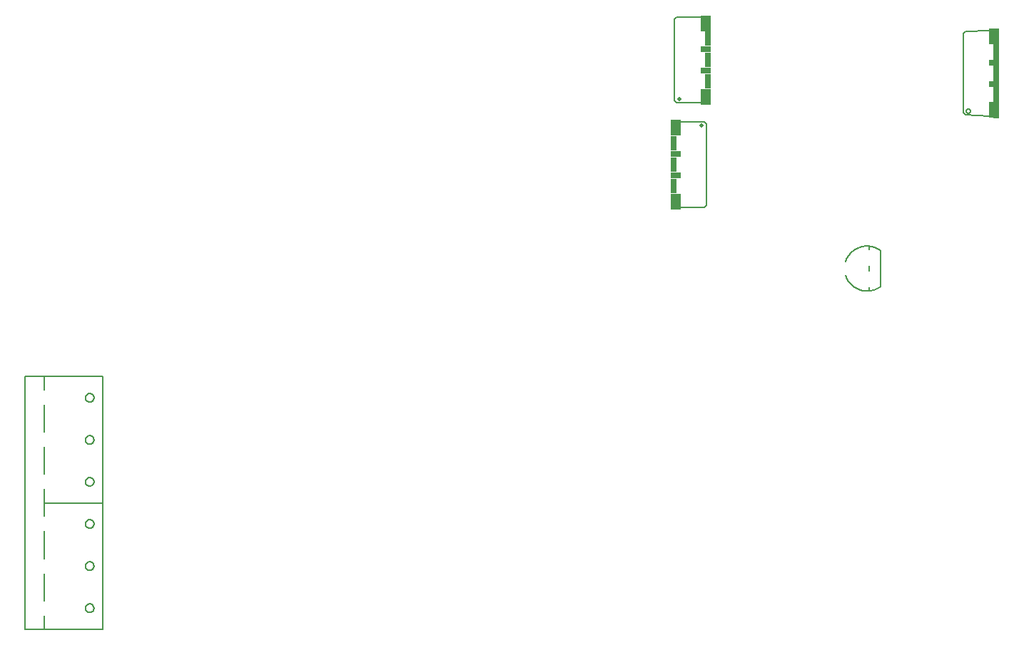
<source format=gbo>
G75*
%MOIN*%
%OFA0B0*%
%FSLAX25Y25*%
%IPPOS*%
%LPD*%
%AMOC8*
5,1,8,0,0,1.08239X$1,22.5*
%
%ADD10C,0.00500*%
%ADD11R,0.03000X0.42000*%
%ADD12R,0.02000X0.07500*%
%ADD13R,0.02000X0.03000*%
%ADD14C,0.00600*%
%ADD15C,0.02000*%
%ADD16R,0.05000X0.07500*%
%ADD17R,0.03000X0.07000*%
%ADD18R,0.05000X0.03000*%
D10*
X0403230Y0243624D02*
X0403308Y0243868D01*
X0403393Y0244110D01*
X0403483Y0244349D01*
X0403579Y0244587D01*
X0403681Y0244822D01*
X0403789Y0245055D01*
X0403902Y0245285D01*
X0404021Y0245512D01*
X0404145Y0245736D01*
X0404275Y0245957D01*
X0404410Y0246174D01*
X0404551Y0246389D01*
X0404697Y0246600D01*
X0404847Y0246807D01*
X0405003Y0247010D01*
X0405164Y0247210D01*
X0405329Y0247406D01*
X0405499Y0247597D01*
X0405674Y0247785D01*
X0405854Y0247968D01*
X0406037Y0248146D01*
X0406226Y0248321D01*
X0406418Y0248490D01*
X0406614Y0248655D01*
X0406815Y0248815D01*
X0407019Y0248969D01*
X0407227Y0249119D01*
X0407438Y0249264D01*
X0407653Y0249404D01*
X0407871Y0249538D01*
X0408093Y0249667D01*
X0408317Y0249790D01*
X0408545Y0249908D01*
X0408775Y0250021D01*
X0409008Y0250127D01*
X0409244Y0250228D01*
X0409482Y0250324D01*
X0409722Y0250413D01*
X0409964Y0250496D01*
X0410209Y0250574D01*
X0410455Y0250645D01*
X0410703Y0250711D01*
X0410952Y0250770D01*
X0411202Y0250824D01*
X0411454Y0250871D01*
X0411707Y0250912D01*
X0411961Y0250947D01*
X0412216Y0250976D01*
X0412471Y0250998D01*
X0412727Y0251014D01*
X0412983Y0251024D01*
X0413239Y0251028D01*
X0413496Y0251025D01*
X0413752Y0251017D01*
X0414008Y0251002D01*
X0414263Y0250980D01*
X0414263Y0249400D01*
X0419763Y0248774D02*
X0419763Y0232281D01*
X0414263Y0231655D02*
X0414263Y0230075D01*
X0414263Y0239400D02*
X0414263Y0241655D01*
X0419763Y0248774D02*
X0419564Y0248927D01*
X0419362Y0249075D01*
X0419157Y0249218D01*
X0418948Y0249356D01*
X0418736Y0249489D01*
X0418521Y0249617D01*
X0418303Y0249739D01*
X0418082Y0249857D01*
X0417858Y0249969D01*
X0417632Y0250076D01*
X0417403Y0250177D01*
X0417172Y0250273D01*
X0416938Y0250364D01*
X0416703Y0250449D01*
X0416465Y0250528D01*
X0416226Y0250601D01*
X0415985Y0250669D01*
X0415743Y0250731D01*
X0415499Y0250787D01*
X0415253Y0250838D01*
X0415007Y0250882D01*
X0414760Y0250921D01*
X0414512Y0250953D01*
X0414263Y0250980D01*
X0403230Y0237432D02*
X0403308Y0237190D01*
X0403392Y0236950D01*
X0403481Y0236712D01*
X0403576Y0236476D01*
X0403678Y0236242D01*
X0403784Y0236011D01*
X0403897Y0235783D01*
X0404014Y0235557D01*
X0404137Y0235334D01*
X0404266Y0235115D01*
X0404400Y0234898D01*
X0404539Y0234685D01*
X0404683Y0234475D01*
X0404832Y0234269D01*
X0404986Y0234067D01*
X0405145Y0233868D01*
X0405309Y0233673D01*
X0405478Y0233482D01*
X0405651Y0233296D01*
X0405828Y0233113D01*
X0406010Y0232935D01*
X0406196Y0232762D01*
X0406387Y0232593D01*
X0406581Y0232429D01*
X0406779Y0232269D01*
X0406981Y0232114D01*
X0407187Y0231965D01*
X0407396Y0231820D01*
X0407609Y0231680D01*
X0407825Y0231546D01*
X0408045Y0231417D01*
X0408267Y0231293D01*
X0408492Y0231174D01*
X0408720Y0231062D01*
X0408951Y0230954D01*
X0409184Y0230853D01*
X0409420Y0230757D01*
X0409658Y0230666D01*
X0409898Y0230582D01*
X0410140Y0230503D01*
X0410384Y0230430D01*
X0410630Y0230364D01*
X0410877Y0230303D01*
X0411125Y0230248D01*
X0411375Y0230199D01*
X0411626Y0230156D01*
X0411878Y0230120D01*
X0412130Y0230089D01*
X0412384Y0230065D01*
X0412637Y0230047D01*
X0412892Y0230035D01*
X0413146Y0230029D01*
X0413401Y0230029D01*
X0413655Y0230035D01*
X0413909Y0230048D01*
X0414163Y0230067D01*
X0414416Y0230092D01*
X0414669Y0230123D01*
X0414921Y0230160D01*
X0415171Y0230203D01*
X0415421Y0230252D01*
X0415670Y0230308D01*
X0415917Y0230369D01*
X0416162Y0230436D01*
X0416406Y0230509D01*
X0416648Y0230588D01*
X0416887Y0230673D01*
X0417125Y0230764D01*
X0417361Y0230861D01*
X0417594Y0230963D01*
X0417824Y0231071D01*
X0418052Y0231184D01*
X0418277Y0231303D01*
X0418499Y0231427D01*
X0418718Y0231557D01*
X0418934Y0231691D01*
X0419147Y0231831D01*
X0419356Y0231977D01*
X0419561Y0232127D01*
X0419763Y0232282D01*
X0459271Y0312406D02*
X0470771Y0311906D01*
X0459671Y0314206D02*
X0459673Y0314269D01*
X0459679Y0314331D01*
X0459689Y0314393D01*
X0459702Y0314455D01*
X0459720Y0314515D01*
X0459741Y0314574D01*
X0459766Y0314632D01*
X0459795Y0314688D01*
X0459827Y0314742D01*
X0459862Y0314794D01*
X0459900Y0314843D01*
X0459942Y0314891D01*
X0459986Y0314935D01*
X0460034Y0314977D01*
X0460083Y0315015D01*
X0460135Y0315050D01*
X0460189Y0315082D01*
X0460245Y0315111D01*
X0460303Y0315136D01*
X0460362Y0315157D01*
X0460422Y0315175D01*
X0460484Y0315188D01*
X0460546Y0315198D01*
X0460608Y0315204D01*
X0460671Y0315206D01*
X0460734Y0315204D01*
X0460796Y0315198D01*
X0460858Y0315188D01*
X0460920Y0315175D01*
X0460980Y0315157D01*
X0461039Y0315136D01*
X0461097Y0315111D01*
X0461153Y0315082D01*
X0461207Y0315050D01*
X0461259Y0315015D01*
X0461308Y0314977D01*
X0461356Y0314935D01*
X0461400Y0314891D01*
X0461442Y0314843D01*
X0461480Y0314794D01*
X0461515Y0314742D01*
X0461547Y0314688D01*
X0461576Y0314632D01*
X0461601Y0314574D01*
X0461622Y0314515D01*
X0461640Y0314455D01*
X0461653Y0314393D01*
X0461663Y0314331D01*
X0461669Y0314269D01*
X0461671Y0314206D01*
X0461669Y0314143D01*
X0461663Y0314081D01*
X0461653Y0314019D01*
X0461640Y0313957D01*
X0461622Y0313897D01*
X0461601Y0313838D01*
X0461576Y0313780D01*
X0461547Y0313724D01*
X0461515Y0313670D01*
X0461480Y0313618D01*
X0461442Y0313569D01*
X0461400Y0313521D01*
X0461356Y0313477D01*
X0461308Y0313435D01*
X0461259Y0313397D01*
X0461207Y0313362D01*
X0461153Y0313330D01*
X0461097Y0313301D01*
X0461039Y0313276D01*
X0460980Y0313255D01*
X0460920Y0313237D01*
X0460858Y0313224D01*
X0460796Y0313214D01*
X0460734Y0313208D01*
X0460671Y0313206D01*
X0460608Y0313208D01*
X0460546Y0313214D01*
X0460484Y0313224D01*
X0460422Y0313237D01*
X0460362Y0313255D01*
X0460303Y0313276D01*
X0460245Y0313301D01*
X0460189Y0313330D01*
X0460135Y0313362D01*
X0460083Y0313397D01*
X0460034Y0313435D01*
X0459986Y0313477D01*
X0459942Y0313521D01*
X0459900Y0313569D01*
X0459862Y0313618D01*
X0459827Y0313670D01*
X0459795Y0313724D01*
X0459766Y0313780D01*
X0459741Y0313838D01*
X0459720Y0313897D01*
X0459702Y0313957D01*
X0459689Y0314019D01*
X0459679Y0314081D01*
X0459673Y0314143D01*
X0459671Y0314206D01*
X0458271Y0313406D02*
X0459271Y0312406D01*
X0458271Y0313406D02*
X0458271Y0350406D01*
X0459271Y0351406D01*
X0470771Y0351906D01*
D11*
X0473771Y0331906D03*
D12*
X0471271Y0349156D03*
X0471271Y0314656D03*
D13*
X0471271Y0326906D03*
X0471271Y0336906D03*
D14*
X0028991Y0071909D02*
X0019991Y0071909D01*
X0019991Y0190008D01*
X0028991Y0190008D01*
X0028991Y0183709D01*
X0028991Y0190008D02*
X0056192Y0190008D01*
X0056192Y0130909D01*
X0056192Y0071909D01*
X0028991Y0071909D01*
X0028991Y0078209D01*
X0028991Y0085209D02*
X0028991Y0097909D01*
X0028991Y0104909D02*
X0028991Y0117610D01*
X0028991Y0124610D02*
X0028991Y0130909D01*
X0028991Y0137307D01*
X0028991Y0130909D02*
X0056192Y0130909D01*
X0048191Y0140809D02*
X0048193Y0140898D01*
X0048199Y0140987D01*
X0048209Y0141076D01*
X0048223Y0141164D01*
X0048240Y0141251D01*
X0048262Y0141337D01*
X0048288Y0141423D01*
X0048317Y0141507D01*
X0048350Y0141590D01*
X0048386Y0141671D01*
X0048427Y0141751D01*
X0048470Y0141828D01*
X0048517Y0141904D01*
X0048568Y0141977D01*
X0048621Y0142048D01*
X0048678Y0142117D01*
X0048738Y0142183D01*
X0048801Y0142247D01*
X0048866Y0142307D01*
X0048934Y0142365D01*
X0049005Y0142419D01*
X0049078Y0142470D01*
X0049153Y0142518D01*
X0049230Y0142563D01*
X0049309Y0142604D01*
X0049390Y0142641D01*
X0049472Y0142675D01*
X0049556Y0142706D01*
X0049641Y0142732D01*
X0049727Y0142755D01*
X0049814Y0142773D01*
X0049902Y0142788D01*
X0049991Y0142799D01*
X0050080Y0142806D01*
X0050169Y0142809D01*
X0050258Y0142808D01*
X0050347Y0142803D01*
X0050435Y0142794D01*
X0050524Y0142781D01*
X0050611Y0142764D01*
X0050698Y0142744D01*
X0050784Y0142719D01*
X0050868Y0142691D01*
X0050951Y0142659D01*
X0051033Y0142623D01*
X0051113Y0142584D01*
X0051191Y0142541D01*
X0051267Y0142495D01*
X0051341Y0142445D01*
X0051413Y0142392D01*
X0051482Y0142336D01*
X0051549Y0142277D01*
X0051613Y0142215D01*
X0051674Y0142151D01*
X0051733Y0142083D01*
X0051788Y0142013D01*
X0051840Y0141941D01*
X0051889Y0141866D01*
X0051934Y0141790D01*
X0051976Y0141711D01*
X0052014Y0141631D01*
X0052049Y0141549D01*
X0052080Y0141465D01*
X0052108Y0141380D01*
X0052131Y0141294D01*
X0052151Y0141207D01*
X0052167Y0141120D01*
X0052179Y0141031D01*
X0052187Y0140943D01*
X0052191Y0140854D01*
X0052191Y0140764D01*
X0052187Y0140675D01*
X0052179Y0140587D01*
X0052167Y0140498D01*
X0052151Y0140411D01*
X0052131Y0140324D01*
X0052108Y0140238D01*
X0052080Y0140153D01*
X0052049Y0140069D01*
X0052014Y0139987D01*
X0051976Y0139907D01*
X0051934Y0139828D01*
X0051889Y0139752D01*
X0051840Y0139677D01*
X0051788Y0139605D01*
X0051733Y0139535D01*
X0051674Y0139467D01*
X0051613Y0139403D01*
X0051549Y0139341D01*
X0051482Y0139282D01*
X0051413Y0139226D01*
X0051341Y0139173D01*
X0051267Y0139123D01*
X0051191Y0139077D01*
X0051113Y0139034D01*
X0051033Y0138995D01*
X0050951Y0138959D01*
X0050868Y0138927D01*
X0050784Y0138899D01*
X0050698Y0138874D01*
X0050611Y0138854D01*
X0050524Y0138837D01*
X0050435Y0138824D01*
X0050347Y0138815D01*
X0050258Y0138810D01*
X0050169Y0138809D01*
X0050080Y0138812D01*
X0049991Y0138819D01*
X0049902Y0138830D01*
X0049814Y0138845D01*
X0049727Y0138863D01*
X0049641Y0138886D01*
X0049556Y0138912D01*
X0049472Y0138943D01*
X0049390Y0138977D01*
X0049309Y0139014D01*
X0049230Y0139055D01*
X0049153Y0139100D01*
X0049078Y0139148D01*
X0049005Y0139199D01*
X0048934Y0139253D01*
X0048866Y0139311D01*
X0048801Y0139371D01*
X0048738Y0139435D01*
X0048678Y0139501D01*
X0048621Y0139570D01*
X0048568Y0139641D01*
X0048517Y0139714D01*
X0048470Y0139790D01*
X0048427Y0139867D01*
X0048386Y0139947D01*
X0048350Y0140028D01*
X0048317Y0140111D01*
X0048288Y0140195D01*
X0048262Y0140281D01*
X0048240Y0140367D01*
X0048223Y0140454D01*
X0048209Y0140542D01*
X0048199Y0140631D01*
X0048193Y0140720D01*
X0048191Y0140809D01*
X0028991Y0144307D02*
X0028991Y0157008D01*
X0028991Y0164008D02*
X0028991Y0176709D01*
X0048191Y0180109D02*
X0048193Y0180198D01*
X0048199Y0180287D01*
X0048209Y0180376D01*
X0048223Y0180464D01*
X0048240Y0180551D01*
X0048262Y0180637D01*
X0048288Y0180723D01*
X0048317Y0180807D01*
X0048350Y0180890D01*
X0048386Y0180971D01*
X0048427Y0181051D01*
X0048470Y0181128D01*
X0048517Y0181204D01*
X0048568Y0181277D01*
X0048621Y0181348D01*
X0048678Y0181417D01*
X0048738Y0181483D01*
X0048801Y0181547D01*
X0048866Y0181607D01*
X0048934Y0181665D01*
X0049005Y0181719D01*
X0049078Y0181770D01*
X0049153Y0181818D01*
X0049230Y0181863D01*
X0049309Y0181904D01*
X0049390Y0181941D01*
X0049472Y0181975D01*
X0049556Y0182006D01*
X0049641Y0182032D01*
X0049727Y0182055D01*
X0049814Y0182073D01*
X0049902Y0182088D01*
X0049991Y0182099D01*
X0050080Y0182106D01*
X0050169Y0182109D01*
X0050258Y0182108D01*
X0050347Y0182103D01*
X0050435Y0182094D01*
X0050524Y0182081D01*
X0050611Y0182064D01*
X0050698Y0182044D01*
X0050784Y0182019D01*
X0050868Y0181991D01*
X0050951Y0181959D01*
X0051033Y0181923D01*
X0051113Y0181884D01*
X0051191Y0181841D01*
X0051267Y0181795D01*
X0051341Y0181745D01*
X0051413Y0181692D01*
X0051482Y0181636D01*
X0051549Y0181577D01*
X0051613Y0181515D01*
X0051674Y0181451D01*
X0051733Y0181383D01*
X0051788Y0181313D01*
X0051840Y0181241D01*
X0051889Y0181166D01*
X0051934Y0181090D01*
X0051976Y0181011D01*
X0052014Y0180931D01*
X0052049Y0180849D01*
X0052080Y0180765D01*
X0052108Y0180680D01*
X0052131Y0180594D01*
X0052151Y0180507D01*
X0052167Y0180420D01*
X0052179Y0180331D01*
X0052187Y0180243D01*
X0052191Y0180154D01*
X0052191Y0180064D01*
X0052187Y0179975D01*
X0052179Y0179887D01*
X0052167Y0179798D01*
X0052151Y0179711D01*
X0052131Y0179624D01*
X0052108Y0179538D01*
X0052080Y0179453D01*
X0052049Y0179369D01*
X0052014Y0179287D01*
X0051976Y0179207D01*
X0051934Y0179128D01*
X0051889Y0179052D01*
X0051840Y0178977D01*
X0051788Y0178905D01*
X0051733Y0178835D01*
X0051674Y0178767D01*
X0051613Y0178703D01*
X0051549Y0178641D01*
X0051482Y0178582D01*
X0051413Y0178526D01*
X0051341Y0178473D01*
X0051267Y0178423D01*
X0051191Y0178377D01*
X0051113Y0178334D01*
X0051033Y0178295D01*
X0050951Y0178259D01*
X0050868Y0178227D01*
X0050784Y0178199D01*
X0050698Y0178174D01*
X0050611Y0178154D01*
X0050524Y0178137D01*
X0050435Y0178124D01*
X0050347Y0178115D01*
X0050258Y0178110D01*
X0050169Y0178109D01*
X0050080Y0178112D01*
X0049991Y0178119D01*
X0049902Y0178130D01*
X0049814Y0178145D01*
X0049727Y0178163D01*
X0049641Y0178186D01*
X0049556Y0178212D01*
X0049472Y0178243D01*
X0049390Y0178277D01*
X0049309Y0178314D01*
X0049230Y0178355D01*
X0049153Y0178400D01*
X0049078Y0178448D01*
X0049005Y0178499D01*
X0048934Y0178553D01*
X0048866Y0178611D01*
X0048801Y0178671D01*
X0048738Y0178735D01*
X0048678Y0178801D01*
X0048621Y0178870D01*
X0048568Y0178941D01*
X0048517Y0179014D01*
X0048470Y0179090D01*
X0048427Y0179167D01*
X0048386Y0179247D01*
X0048350Y0179328D01*
X0048317Y0179411D01*
X0048288Y0179495D01*
X0048262Y0179581D01*
X0048240Y0179667D01*
X0048223Y0179754D01*
X0048209Y0179842D01*
X0048199Y0179931D01*
X0048193Y0180020D01*
X0048191Y0180109D01*
X0048191Y0160409D02*
X0048193Y0160498D01*
X0048199Y0160587D01*
X0048209Y0160676D01*
X0048223Y0160764D01*
X0048240Y0160851D01*
X0048262Y0160937D01*
X0048288Y0161023D01*
X0048317Y0161107D01*
X0048350Y0161190D01*
X0048386Y0161271D01*
X0048427Y0161351D01*
X0048470Y0161428D01*
X0048517Y0161504D01*
X0048568Y0161577D01*
X0048621Y0161648D01*
X0048678Y0161717D01*
X0048738Y0161783D01*
X0048801Y0161847D01*
X0048866Y0161907D01*
X0048934Y0161965D01*
X0049005Y0162019D01*
X0049078Y0162070D01*
X0049153Y0162118D01*
X0049230Y0162163D01*
X0049309Y0162204D01*
X0049390Y0162241D01*
X0049472Y0162275D01*
X0049556Y0162306D01*
X0049641Y0162332D01*
X0049727Y0162355D01*
X0049814Y0162373D01*
X0049902Y0162388D01*
X0049991Y0162399D01*
X0050080Y0162406D01*
X0050169Y0162409D01*
X0050258Y0162408D01*
X0050347Y0162403D01*
X0050435Y0162394D01*
X0050524Y0162381D01*
X0050611Y0162364D01*
X0050698Y0162344D01*
X0050784Y0162319D01*
X0050868Y0162291D01*
X0050951Y0162259D01*
X0051033Y0162223D01*
X0051113Y0162184D01*
X0051191Y0162141D01*
X0051267Y0162095D01*
X0051341Y0162045D01*
X0051413Y0161992D01*
X0051482Y0161936D01*
X0051549Y0161877D01*
X0051613Y0161815D01*
X0051674Y0161751D01*
X0051733Y0161683D01*
X0051788Y0161613D01*
X0051840Y0161541D01*
X0051889Y0161466D01*
X0051934Y0161390D01*
X0051976Y0161311D01*
X0052014Y0161231D01*
X0052049Y0161149D01*
X0052080Y0161065D01*
X0052108Y0160980D01*
X0052131Y0160894D01*
X0052151Y0160807D01*
X0052167Y0160720D01*
X0052179Y0160631D01*
X0052187Y0160543D01*
X0052191Y0160454D01*
X0052191Y0160364D01*
X0052187Y0160275D01*
X0052179Y0160187D01*
X0052167Y0160098D01*
X0052151Y0160011D01*
X0052131Y0159924D01*
X0052108Y0159838D01*
X0052080Y0159753D01*
X0052049Y0159669D01*
X0052014Y0159587D01*
X0051976Y0159507D01*
X0051934Y0159428D01*
X0051889Y0159352D01*
X0051840Y0159277D01*
X0051788Y0159205D01*
X0051733Y0159135D01*
X0051674Y0159067D01*
X0051613Y0159003D01*
X0051549Y0158941D01*
X0051482Y0158882D01*
X0051413Y0158826D01*
X0051341Y0158773D01*
X0051267Y0158723D01*
X0051191Y0158677D01*
X0051113Y0158634D01*
X0051033Y0158595D01*
X0050951Y0158559D01*
X0050868Y0158527D01*
X0050784Y0158499D01*
X0050698Y0158474D01*
X0050611Y0158454D01*
X0050524Y0158437D01*
X0050435Y0158424D01*
X0050347Y0158415D01*
X0050258Y0158410D01*
X0050169Y0158409D01*
X0050080Y0158412D01*
X0049991Y0158419D01*
X0049902Y0158430D01*
X0049814Y0158445D01*
X0049727Y0158463D01*
X0049641Y0158486D01*
X0049556Y0158512D01*
X0049472Y0158543D01*
X0049390Y0158577D01*
X0049309Y0158614D01*
X0049230Y0158655D01*
X0049153Y0158700D01*
X0049078Y0158748D01*
X0049005Y0158799D01*
X0048934Y0158853D01*
X0048866Y0158911D01*
X0048801Y0158971D01*
X0048738Y0159035D01*
X0048678Y0159101D01*
X0048621Y0159170D01*
X0048568Y0159241D01*
X0048517Y0159314D01*
X0048470Y0159390D01*
X0048427Y0159467D01*
X0048386Y0159547D01*
X0048350Y0159628D01*
X0048317Y0159711D01*
X0048288Y0159795D01*
X0048262Y0159881D01*
X0048240Y0159967D01*
X0048223Y0160054D01*
X0048209Y0160142D01*
X0048199Y0160231D01*
X0048193Y0160320D01*
X0048191Y0160409D01*
X0048191Y0121109D02*
X0048193Y0121198D01*
X0048199Y0121287D01*
X0048209Y0121376D01*
X0048223Y0121464D01*
X0048240Y0121551D01*
X0048262Y0121637D01*
X0048288Y0121723D01*
X0048317Y0121807D01*
X0048350Y0121890D01*
X0048386Y0121971D01*
X0048427Y0122051D01*
X0048470Y0122128D01*
X0048517Y0122204D01*
X0048568Y0122277D01*
X0048621Y0122348D01*
X0048678Y0122417D01*
X0048738Y0122483D01*
X0048801Y0122547D01*
X0048866Y0122607D01*
X0048934Y0122665D01*
X0049005Y0122719D01*
X0049078Y0122770D01*
X0049153Y0122818D01*
X0049230Y0122863D01*
X0049309Y0122904D01*
X0049390Y0122941D01*
X0049472Y0122975D01*
X0049556Y0123006D01*
X0049641Y0123032D01*
X0049727Y0123055D01*
X0049814Y0123073D01*
X0049902Y0123088D01*
X0049991Y0123099D01*
X0050080Y0123106D01*
X0050169Y0123109D01*
X0050258Y0123108D01*
X0050347Y0123103D01*
X0050435Y0123094D01*
X0050524Y0123081D01*
X0050611Y0123064D01*
X0050698Y0123044D01*
X0050784Y0123019D01*
X0050868Y0122991D01*
X0050951Y0122959D01*
X0051033Y0122923D01*
X0051113Y0122884D01*
X0051191Y0122841D01*
X0051267Y0122795D01*
X0051341Y0122745D01*
X0051413Y0122692D01*
X0051482Y0122636D01*
X0051549Y0122577D01*
X0051613Y0122515D01*
X0051674Y0122451D01*
X0051733Y0122383D01*
X0051788Y0122313D01*
X0051840Y0122241D01*
X0051889Y0122166D01*
X0051934Y0122090D01*
X0051976Y0122011D01*
X0052014Y0121931D01*
X0052049Y0121849D01*
X0052080Y0121765D01*
X0052108Y0121680D01*
X0052131Y0121594D01*
X0052151Y0121507D01*
X0052167Y0121420D01*
X0052179Y0121331D01*
X0052187Y0121243D01*
X0052191Y0121154D01*
X0052191Y0121064D01*
X0052187Y0120975D01*
X0052179Y0120887D01*
X0052167Y0120798D01*
X0052151Y0120711D01*
X0052131Y0120624D01*
X0052108Y0120538D01*
X0052080Y0120453D01*
X0052049Y0120369D01*
X0052014Y0120287D01*
X0051976Y0120207D01*
X0051934Y0120128D01*
X0051889Y0120052D01*
X0051840Y0119977D01*
X0051788Y0119905D01*
X0051733Y0119835D01*
X0051674Y0119767D01*
X0051613Y0119703D01*
X0051549Y0119641D01*
X0051482Y0119582D01*
X0051413Y0119526D01*
X0051341Y0119473D01*
X0051267Y0119423D01*
X0051191Y0119377D01*
X0051113Y0119334D01*
X0051033Y0119295D01*
X0050951Y0119259D01*
X0050868Y0119227D01*
X0050784Y0119199D01*
X0050698Y0119174D01*
X0050611Y0119154D01*
X0050524Y0119137D01*
X0050435Y0119124D01*
X0050347Y0119115D01*
X0050258Y0119110D01*
X0050169Y0119109D01*
X0050080Y0119112D01*
X0049991Y0119119D01*
X0049902Y0119130D01*
X0049814Y0119145D01*
X0049727Y0119163D01*
X0049641Y0119186D01*
X0049556Y0119212D01*
X0049472Y0119243D01*
X0049390Y0119277D01*
X0049309Y0119314D01*
X0049230Y0119355D01*
X0049153Y0119400D01*
X0049078Y0119448D01*
X0049005Y0119499D01*
X0048934Y0119553D01*
X0048866Y0119611D01*
X0048801Y0119671D01*
X0048738Y0119735D01*
X0048678Y0119801D01*
X0048621Y0119870D01*
X0048568Y0119941D01*
X0048517Y0120014D01*
X0048470Y0120090D01*
X0048427Y0120167D01*
X0048386Y0120247D01*
X0048350Y0120328D01*
X0048317Y0120411D01*
X0048288Y0120495D01*
X0048262Y0120581D01*
X0048240Y0120667D01*
X0048223Y0120754D01*
X0048209Y0120842D01*
X0048199Y0120931D01*
X0048193Y0121020D01*
X0048191Y0121109D01*
X0048191Y0101409D02*
X0048193Y0101498D01*
X0048199Y0101587D01*
X0048209Y0101676D01*
X0048223Y0101764D01*
X0048240Y0101851D01*
X0048262Y0101937D01*
X0048288Y0102023D01*
X0048317Y0102107D01*
X0048350Y0102190D01*
X0048386Y0102271D01*
X0048427Y0102351D01*
X0048470Y0102428D01*
X0048517Y0102504D01*
X0048568Y0102577D01*
X0048621Y0102648D01*
X0048678Y0102717D01*
X0048738Y0102783D01*
X0048801Y0102847D01*
X0048866Y0102907D01*
X0048934Y0102965D01*
X0049005Y0103019D01*
X0049078Y0103070D01*
X0049153Y0103118D01*
X0049230Y0103163D01*
X0049309Y0103204D01*
X0049390Y0103241D01*
X0049472Y0103275D01*
X0049556Y0103306D01*
X0049641Y0103332D01*
X0049727Y0103355D01*
X0049814Y0103373D01*
X0049902Y0103388D01*
X0049991Y0103399D01*
X0050080Y0103406D01*
X0050169Y0103409D01*
X0050258Y0103408D01*
X0050347Y0103403D01*
X0050435Y0103394D01*
X0050524Y0103381D01*
X0050611Y0103364D01*
X0050698Y0103344D01*
X0050784Y0103319D01*
X0050868Y0103291D01*
X0050951Y0103259D01*
X0051033Y0103223D01*
X0051113Y0103184D01*
X0051191Y0103141D01*
X0051267Y0103095D01*
X0051341Y0103045D01*
X0051413Y0102992D01*
X0051482Y0102936D01*
X0051549Y0102877D01*
X0051613Y0102815D01*
X0051674Y0102751D01*
X0051733Y0102683D01*
X0051788Y0102613D01*
X0051840Y0102541D01*
X0051889Y0102466D01*
X0051934Y0102390D01*
X0051976Y0102311D01*
X0052014Y0102231D01*
X0052049Y0102149D01*
X0052080Y0102065D01*
X0052108Y0101980D01*
X0052131Y0101894D01*
X0052151Y0101807D01*
X0052167Y0101720D01*
X0052179Y0101631D01*
X0052187Y0101543D01*
X0052191Y0101454D01*
X0052191Y0101364D01*
X0052187Y0101275D01*
X0052179Y0101187D01*
X0052167Y0101098D01*
X0052151Y0101011D01*
X0052131Y0100924D01*
X0052108Y0100838D01*
X0052080Y0100753D01*
X0052049Y0100669D01*
X0052014Y0100587D01*
X0051976Y0100507D01*
X0051934Y0100428D01*
X0051889Y0100352D01*
X0051840Y0100277D01*
X0051788Y0100205D01*
X0051733Y0100135D01*
X0051674Y0100067D01*
X0051613Y0100003D01*
X0051549Y0099941D01*
X0051482Y0099882D01*
X0051413Y0099826D01*
X0051341Y0099773D01*
X0051267Y0099723D01*
X0051191Y0099677D01*
X0051113Y0099634D01*
X0051033Y0099595D01*
X0050951Y0099559D01*
X0050868Y0099527D01*
X0050784Y0099499D01*
X0050698Y0099474D01*
X0050611Y0099454D01*
X0050524Y0099437D01*
X0050435Y0099424D01*
X0050347Y0099415D01*
X0050258Y0099410D01*
X0050169Y0099409D01*
X0050080Y0099412D01*
X0049991Y0099419D01*
X0049902Y0099430D01*
X0049814Y0099445D01*
X0049727Y0099463D01*
X0049641Y0099486D01*
X0049556Y0099512D01*
X0049472Y0099543D01*
X0049390Y0099577D01*
X0049309Y0099614D01*
X0049230Y0099655D01*
X0049153Y0099700D01*
X0049078Y0099748D01*
X0049005Y0099799D01*
X0048934Y0099853D01*
X0048866Y0099911D01*
X0048801Y0099971D01*
X0048738Y0100035D01*
X0048678Y0100101D01*
X0048621Y0100170D01*
X0048568Y0100241D01*
X0048517Y0100314D01*
X0048470Y0100390D01*
X0048427Y0100467D01*
X0048386Y0100547D01*
X0048350Y0100628D01*
X0048317Y0100711D01*
X0048288Y0100795D01*
X0048262Y0100881D01*
X0048240Y0100967D01*
X0048223Y0101054D01*
X0048209Y0101142D01*
X0048199Y0101231D01*
X0048193Y0101320D01*
X0048191Y0101409D01*
X0048191Y0081709D02*
X0048193Y0081798D01*
X0048199Y0081887D01*
X0048209Y0081976D01*
X0048223Y0082064D01*
X0048240Y0082151D01*
X0048262Y0082237D01*
X0048288Y0082323D01*
X0048317Y0082407D01*
X0048350Y0082490D01*
X0048386Y0082571D01*
X0048427Y0082651D01*
X0048470Y0082728D01*
X0048517Y0082804D01*
X0048568Y0082877D01*
X0048621Y0082948D01*
X0048678Y0083017D01*
X0048738Y0083083D01*
X0048801Y0083147D01*
X0048866Y0083207D01*
X0048934Y0083265D01*
X0049005Y0083319D01*
X0049078Y0083370D01*
X0049153Y0083418D01*
X0049230Y0083463D01*
X0049309Y0083504D01*
X0049390Y0083541D01*
X0049472Y0083575D01*
X0049556Y0083606D01*
X0049641Y0083632D01*
X0049727Y0083655D01*
X0049814Y0083673D01*
X0049902Y0083688D01*
X0049991Y0083699D01*
X0050080Y0083706D01*
X0050169Y0083709D01*
X0050258Y0083708D01*
X0050347Y0083703D01*
X0050435Y0083694D01*
X0050524Y0083681D01*
X0050611Y0083664D01*
X0050698Y0083644D01*
X0050784Y0083619D01*
X0050868Y0083591D01*
X0050951Y0083559D01*
X0051033Y0083523D01*
X0051113Y0083484D01*
X0051191Y0083441D01*
X0051267Y0083395D01*
X0051341Y0083345D01*
X0051413Y0083292D01*
X0051482Y0083236D01*
X0051549Y0083177D01*
X0051613Y0083115D01*
X0051674Y0083051D01*
X0051733Y0082983D01*
X0051788Y0082913D01*
X0051840Y0082841D01*
X0051889Y0082766D01*
X0051934Y0082690D01*
X0051976Y0082611D01*
X0052014Y0082531D01*
X0052049Y0082449D01*
X0052080Y0082365D01*
X0052108Y0082280D01*
X0052131Y0082194D01*
X0052151Y0082107D01*
X0052167Y0082020D01*
X0052179Y0081931D01*
X0052187Y0081843D01*
X0052191Y0081754D01*
X0052191Y0081664D01*
X0052187Y0081575D01*
X0052179Y0081487D01*
X0052167Y0081398D01*
X0052151Y0081311D01*
X0052131Y0081224D01*
X0052108Y0081138D01*
X0052080Y0081053D01*
X0052049Y0080969D01*
X0052014Y0080887D01*
X0051976Y0080807D01*
X0051934Y0080728D01*
X0051889Y0080652D01*
X0051840Y0080577D01*
X0051788Y0080505D01*
X0051733Y0080435D01*
X0051674Y0080367D01*
X0051613Y0080303D01*
X0051549Y0080241D01*
X0051482Y0080182D01*
X0051413Y0080126D01*
X0051341Y0080073D01*
X0051267Y0080023D01*
X0051191Y0079977D01*
X0051113Y0079934D01*
X0051033Y0079895D01*
X0050951Y0079859D01*
X0050868Y0079827D01*
X0050784Y0079799D01*
X0050698Y0079774D01*
X0050611Y0079754D01*
X0050524Y0079737D01*
X0050435Y0079724D01*
X0050347Y0079715D01*
X0050258Y0079710D01*
X0050169Y0079709D01*
X0050080Y0079712D01*
X0049991Y0079719D01*
X0049902Y0079730D01*
X0049814Y0079745D01*
X0049727Y0079763D01*
X0049641Y0079786D01*
X0049556Y0079812D01*
X0049472Y0079843D01*
X0049390Y0079877D01*
X0049309Y0079914D01*
X0049230Y0079955D01*
X0049153Y0080000D01*
X0049078Y0080048D01*
X0049005Y0080099D01*
X0048934Y0080153D01*
X0048866Y0080211D01*
X0048801Y0080271D01*
X0048738Y0080335D01*
X0048678Y0080401D01*
X0048621Y0080470D01*
X0048568Y0080541D01*
X0048517Y0080614D01*
X0048470Y0080690D01*
X0048427Y0080767D01*
X0048386Y0080847D01*
X0048350Y0080928D01*
X0048317Y0081011D01*
X0048288Y0081095D01*
X0048262Y0081181D01*
X0048240Y0081267D01*
X0048223Y0081354D01*
X0048209Y0081442D01*
X0048199Y0081531D01*
X0048193Y0081620D01*
X0048191Y0081709D01*
X0325952Y0269110D02*
X0337452Y0269110D01*
X0338452Y0270110D01*
X0338452Y0308110D01*
X0337452Y0309110D01*
X0325952Y0309110D01*
X0324389Y0317969D02*
X0335889Y0317969D01*
X0324389Y0317969D02*
X0323389Y0318969D01*
X0323389Y0356969D01*
X0324389Y0357969D01*
X0335889Y0357969D01*
D15*
X0325789Y0319769D03*
X0336052Y0307310D03*
D16*
X0323952Y0306360D03*
X0337889Y0320719D03*
X0337889Y0355219D03*
X0323952Y0271860D03*
D17*
X0322952Y0279110D03*
X0322952Y0289110D03*
X0322952Y0299110D03*
X0338889Y0327969D03*
X0338889Y0337969D03*
X0338889Y0347969D03*
D18*
X0337889Y0342969D03*
X0337889Y0332969D03*
X0323952Y0294110D03*
X0323952Y0284110D03*
M02*

</source>
